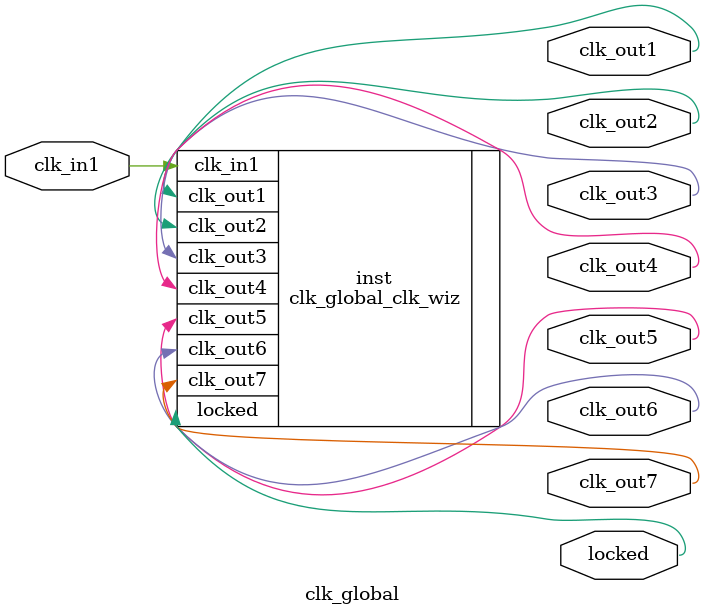
<source format=v>


`timescale 1ps/1ps

(* CORE_GENERATION_INFO = "clk_global,clk_wiz_v6_0_3_0_0,{component_name=clk_global,use_phase_alignment=true,use_min_o_jitter=false,use_max_i_jitter=false,use_dyn_phase_shift=false,use_inclk_switchover=false,use_dyn_reconfig=false,enable_axi=0,feedback_source=FDBK_AUTO,PRIMITIVE=MMCM,num_out_clk=7,clkin1_period=20.000,clkin2_period=10.0,use_power_down=false,use_reset=false,use_locked=true,use_inclk_stopped=false,feedback_type=SINGLE,CLOCK_MGR_TYPE=NA,manual_override=false}" *)

module clk_global 
 (
  // Clock out ports
  output        clk_out1,
  output        clk_out2,
  output        clk_out3,
  output        clk_out4,
  output        clk_out5,
  output        clk_out6,
  output        clk_out7,
  // Status and control signals
  output        locked,
 // Clock in ports
  input         clk_in1
 );

  clk_global_clk_wiz inst
  (
  // Clock out ports  
  .clk_out1(clk_out1),
  .clk_out2(clk_out2),
  .clk_out3(clk_out3),
  .clk_out4(clk_out4),
  .clk_out5(clk_out5),
  .clk_out6(clk_out6),
  .clk_out7(clk_out7),
  // Status and control signals               
  .locked(locked),
 // Clock in ports
  .clk_in1(clk_in1)
  );

endmodule

</source>
